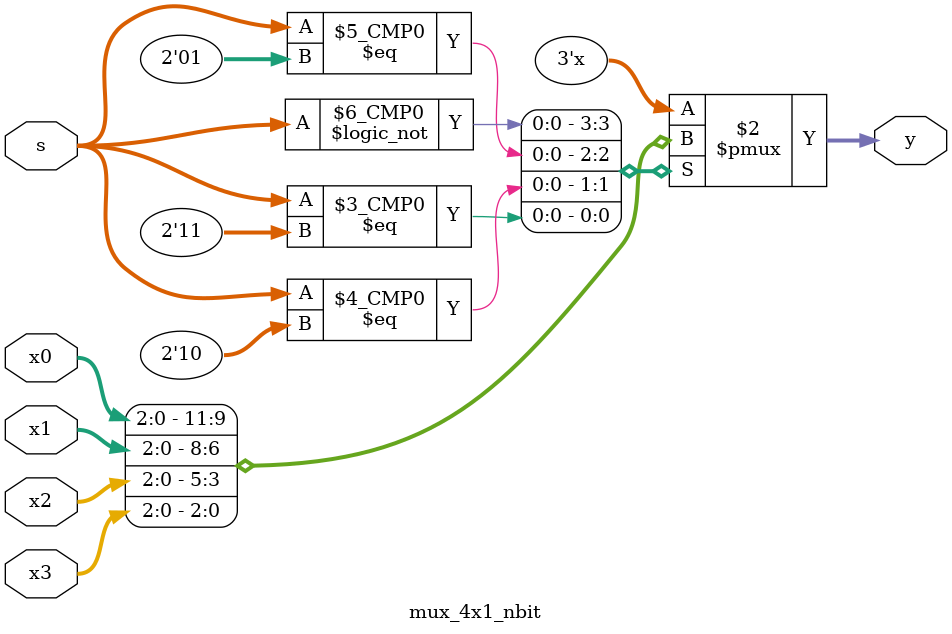
<source format=v>

module mux_4x1_nbit
#(parameter n = 3)
(
input [n-1:0]x0, x1, x2, x3,
input [1:0]s,
output reg [n-1:0]y
);

always @ (*)
begin
	case (s)
		2'b00: y = x0;
		2'b01: y = x1;
		2'b10: y = x2;
		2'b11: y = x3;
		default: y = 'bx;
	endcase

end
endmodule

</source>
